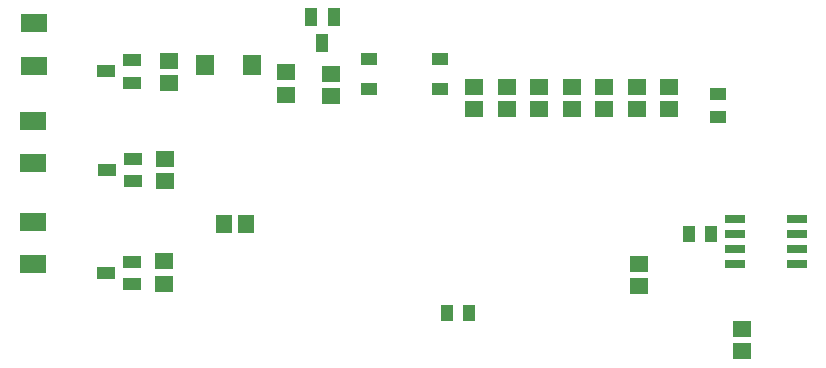
<source format=gbp>
G04*
G04 #@! TF.GenerationSoftware,Altium Limited,Altium Designer,20.0.12 (288)*
G04*
G04 Layer_Color=128*
%FSLAX42Y42*%
%MOMM*%
G71*
G01*
G75*
%ADD43R,1.40X1.00*%
%ADD44R,1.00X1.40*%
%ADD45R,1.50X1.74*%
%ADD46R,1.60X1.40*%
%ADD47R,1.40X1.60*%
%ADD48R,1.40X1.00*%
%ADD49R,2.20X1.60*%
%ADD50R,1.10X1.50*%
%ADD51R,1.50X1.10*%
%ADD52R,1.70X0.70*%
D43*
X7220Y2365D02*
D03*
Y2175D02*
D03*
D44*
X5117Y510D02*
D03*
X4926D02*
D03*
X7168Y1181D02*
D03*
X6978D02*
D03*
D45*
X2877Y2609D02*
D03*
X3280D02*
D03*
D46*
X6552Y926D02*
D03*
Y736D02*
D03*
X7427Y380D02*
D03*
Y190D02*
D03*
X3943Y2346D02*
D03*
Y2536D02*
D03*
X2545Y1627D02*
D03*
Y1817D02*
D03*
X2531Y949D02*
D03*
Y759D02*
D03*
X5161Y2237D02*
D03*
Y2427D02*
D03*
X5711Y2429D02*
D03*
Y2239D02*
D03*
X3566Y2360D02*
D03*
Y2550D02*
D03*
X2575Y2649D02*
D03*
Y2459D02*
D03*
X6811Y2429D02*
D03*
Y2239D02*
D03*
X6261D02*
D03*
Y2429D02*
D03*
X5986Y2239D02*
D03*
Y2429D02*
D03*
X5436D02*
D03*
Y2239D02*
D03*
X6536Y2429D02*
D03*
Y2239D02*
D03*
D47*
X3231Y1268D02*
D03*
X3041D02*
D03*
D48*
X4270Y2663D02*
D03*
Y2409D02*
D03*
X4870D02*
D03*
Y2663D02*
D03*
D49*
X1421Y1780D02*
D03*
Y2140D02*
D03*
X1427Y1285D02*
D03*
Y925D02*
D03*
X1433Y2605D02*
D03*
Y2965D02*
D03*
D50*
X3778Y3016D02*
D03*
X3968Y3016D02*
D03*
X3873Y2796D02*
D03*
D51*
X2273Y1817D02*
D03*
Y1627D02*
D03*
X2053Y1722D02*
D03*
X2261Y945D02*
D03*
Y755D02*
D03*
X2041Y850D02*
D03*
X2261Y2652D02*
D03*
Y2462D02*
D03*
X2041Y2557D02*
D03*
D52*
X7891Y1306D02*
D03*
Y1179D02*
D03*
X7891Y1052D02*
D03*
X7891Y925D02*
D03*
X7371D02*
D03*
Y1052D02*
D03*
X7371Y1179D02*
D03*
X7371Y1306D02*
D03*
M02*

</source>
